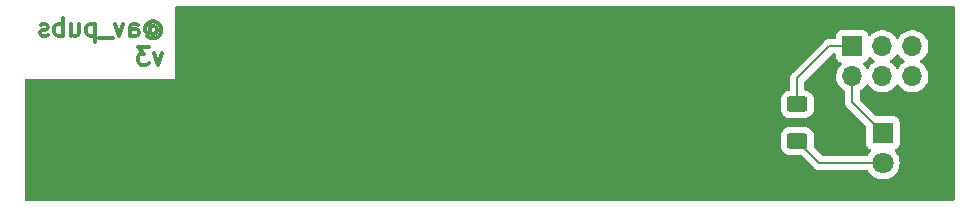
<source format=gbr>
G04 #@! TF.GenerationSoftware,KiCad,Pcbnew,(6.99.0-2452-gdb4f2d9dd8)*
G04 #@! TF.CreationDate,2022-07-29T17:14:17-05:00*
G04 #@! TF.ProjectId,crew-SAO,63726577-2d53-4414-9f2e-6b696361645f,rev?*
G04 #@! TF.SameCoordinates,Original*
G04 #@! TF.FileFunction,Copper,L2,Bot*
G04 #@! TF.FilePolarity,Positive*
%FSLAX46Y46*%
G04 Gerber Fmt 4.6, Leading zero omitted, Abs format (unit mm)*
G04 Created by KiCad (PCBNEW (6.99.0-2452-gdb4f2d9dd8)) date 2022-07-29 17:14:17*
%MOMM*%
%LPD*%
G01*
G04 APERTURE LIST*
G04 Aperture macros list*
%AMRoundRect*
0 Rectangle with rounded corners*
0 $1 Rounding radius*
0 $2 $3 $4 $5 $6 $7 $8 $9 X,Y pos of 4 corners*
0 Add a 4 corners polygon primitive as box body*
4,1,4,$2,$3,$4,$5,$6,$7,$8,$9,$2,$3,0*
0 Add four circle primitives for the rounded corners*
1,1,$1+$1,$2,$3*
1,1,$1+$1,$4,$5*
1,1,$1+$1,$6,$7*
1,1,$1+$1,$8,$9*
0 Add four rect primitives between the rounded corners*
20,1,$1+$1,$2,$3,$4,$5,0*
20,1,$1+$1,$4,$5,$6,$7,0*
20,1,$1+$1,$6,$7,$8,$9,0*
20,1,$1+$1,$8,$9,$2,$3,0*%
G04 Aperture macros list end*
%ADD10C,0.300000*%
G04 #@! TA.AperFunction,NonConductor*
%ADD11C,0.300000*%
G04 #@! TD*
G04 #@! TA.AperFunction,ComponentPad*
%ADD12R,1.800000X1.800000*%
G04 #@! TD*
G04 #@! TA.AperFunction,ComponentPad*
%ADD13C,1.800000*%
G04 #@! TD*
G04 #@! TA.AperFunction,ComponentPad*
%ADD14R,1.700000X1.700000*%
G04 #@! TD*
G04 #@! TA.AperFunction,ComponentPad*
%ADD15O,1.700000X1.700000*%
G04 #@! TD*
G04 #@! TA.AperFunction,SMDPad,CuDef*
%ADD16RoundRect,0.250000X-0.625000X0.400000X-0.625000X-0.400000X0.625000X-0.400000X0.625000X0.400000X0*%
G04 #@! TD*
G04 #@! TA.AperFunction,Conductor*
%ADD17C,0.200000*%
G04 #@! TD*
G04 APERTURE END LIST*
D10*
D11*
X94714285Y-124529285D02*
X94785714Y-124457857D01*
X94785714Y-124457857D02*
X94928571Y-124386428D01*
X94928571Y-124386428D02*
X95071428Y-124386428D01*
X95071428Y-124386428D02*
X95214285Y-124457857D01*
X95214285Y-124457857D02*
X95285714Y-124529285D01*
X95285714Y-124529285D02*
X95357142Y-124672142D01*
X95357142Y-124672142D02*
X95357142Y-124815000D01*
X95357142Y-124815000D02*
X95285714Y-124957857D01*
X95285714Y-124957857D02*
X95214285Y-125029285D01*
X95214285Y-125029285D02*
X95071428Y-125100714D01*
X95071428Y-125100714D02*
X94928571Y-125100714D01*
X94928571Y-125100714D02*
X94785714Y-125029285D01*
X94785714Y-125029285D02*
X94714285Y-124957857D01*
X94714285Y-124386428D02*
X94714285Y-124957857D01*
X94714285Y-124957857D02*
X94642857Y-125029285D01*
X94642857Y-125029285D02*
X94571428Y-125029285D01*
X94571428Y-125029285D02*
X94428571Y-124957857D01*
X94428571Y-124957857D02*
X94357142Y-124815000D01*
X94357142Y-124815000D02*
X94357142Y-124457857D01*
X94357142Y-124457857D02*
X94500000Y-124243571D01*
X94500000Y-124243571D02*
X94714285Y-124100714D01*
X94714285Y-124100714D02*
X95000000Y-124029285D01*
X95000000Y-124029285D02*
X95285714Y-124100714D01*
X95285714Y-124100714D02*
X95500000Y-124243571D01*
X95500000Y-124243571D02*
X95642857Y-124457857D01*
X95642857Y-124457857D02*
X95714285Y-124743571D01*
X95714285Y-124743571D02*
X95642857Y-125029285D01*
X95642857Y-125029285D02*
X95500000Y-125243571D01*
X95500000Y-125243571D02*
X95285714Y-125386428D01*
X95285714Y-125386428D02*
X95000000Y-125457857D01*
X95000000Y-125457857D02*
X94714285Y-125386428D01*
X94714285Y-125386428D02*
X94500000Y-125243571D01*
X93071429Y-125243571D02*
X93071429Y-124457857D01*
X93071429Y-124457857D02*
X93142857Y-124315000D01*
X93142857Y-124315000D02*
X93285714Y-124243571D01*
X93285714Y-124243571D02*
X93571429Y-124243571D01*
X93571429Y-124243571D02*
X93714286Y-124315000D01*
X93071429Y-125172142D02*
X93214286Y-125243571D01*
X93214286Y-125243571D02*
X93571429Y-125243571D01*
X93571429Y-125243571D02*
X93714286Y-125172142D01*
X93714286Y-125172142D02*
X93785714Y-125029285D01*
X93785714Y-125029285D02*
X93785714Y-124886428D01*
X93785714Y-124886428D02*
X93714286Y-124743571D01*
X93714286Y-124743571D02*
X93571429Y-124672142D01*
X93571429Y-124672142D02*
X93214286Y-124672142D01*
X93214286Y-124672142D02*
X93071429Y-124600714D01*
X92500000Y-124243571D02*
X92142857Y-125243571D01*
X92142857Y-125243571D02*
X91785714Y-124243571D01*
X91571429Y-125386428D02*
X90428571Y-125386428D01*
X90071429Y-124243571D02*
X90071429Y-125743571D01*
X90071429Y-124315000D02*
X89928572Y-124243571D01*
X89928572Y-124243571D02*
X89642857Y-124243571D01*
X89642857Y-124243571D02*
X89500000Y-124315000D01*
X89500000Y-124315000D02*
X89428572Y-124386428D01*
X89428572Y-124386428D02*
X89357143Y-124529285D01*
X89357143Y-124529285D02*
X89357143Y-124957857D01*
X89357143Y-124957857D02*
X89428572Y-125100714D01*
X89428572Y-125100714D02*
X89500000Y-125172142D01*
X89500000Y-125172142D02*
X89642857Y-125243571D01*
X89642857Y-125243571D02*
X89928572Y-125243571D01*
X89928572Y-125243571D02*
X90071429Y-125172142D01*
X88071429Y-124243571D02*
X88071429Y-125243571D01*
X88714286Y-124243571D02*
X88714286Y-125029285D01*
X88714286Y-125029285D02*
X88642857Y-125172142D01*
X88642857Y-125172142D02*
X88500000Y-125243571D01*
X88500000Y-125243571D02*
X88285714Y-125243571D01*
X88285714Y-125243571D02*
X88142857Y-125172142D01*
X88142857Y-125172142D02*
X88071429Y-125100714D01*
X87357143Y-125243571D02*
X87357143Y-123743571D01*
X87357143Y-124315000D02*
X87214286Y-124243571D01*
X87214286Y-124243571D02*
X86928571Y-124243571D01*
X86928571Y-124243571D02*
X86785714Y-124315000D01*
X86785714Y-124315000D02*
X86714286Y-124386428D01*
X86714286Y-124386428D02*
X86642857Y-124529285D01*
X86642857Y-124529285D02*
X86642857Y-124957857D01*
X86642857Y-124957857D02*
X86714286Y-125100714D01*
X86714286Y-125100714D02*
X86785714Y-125172142D01*
X86785714Y-125172142D02*
X86928571Y-125243571D01*
X86928571Y-125243571D02*
X87214286Y-125243571D01*
X87214286Y-125243571D02*
X87357143Y-125172142D01*
X86071428Y-125172142D02*
X85928571Y-125243571D01*
X85928571Y-125243571D02*
X85642857Y-125243571D01*
X85642857Y-125243571D02*
X85500000Y-125172142D01*
X85500000Y-125172142D02*
X85428571Y-125029285D01*
X85428571Y-125029285D02*
X85428571Y-124957857D01*
X85428571Y-124957857D02*
X85500000Y-124815000D01*
X85500000Y-124815000D02*
X85642857Y-124743571D01*
X85642857Y-124743571D02*
X85857143Y-124743571D01*
X85857143Y-124743571D02*
X86000000Y-124672142D01*
X86000000Y-124672142D02*
X86071428Y-124529285D01*
X86071428Y-124529285D02*
X86071428Y-124457857D01*
X86071428Y-124457857D02*
X86000000Y-124315000D01*
X86000000Y-124315000D02*
X85857143Y-124243571D01*
X85857143Y-124243571D02*
X85642857Y-124243571D01*
X85642857Y-124243571D02*
X85500000Y-124315000D01*
X95785714Y-126673571D02*
X95428571Y-127673571D01*
X95428571Y-127673571D02*
X95071428Y-126673571D01*
X94642857Y-126173571D02*
X93714285Y-126173571D01*
X93714285Y-126173571D02*
X94214285Y-126745000D01*
X94214285Y-126745000D02*
X94000000Y-126745000D01*
X94000000Y-126745000D02*
X93857143Y-126816428D01*
X93857143Y-126816428D02*
X93785714Y-126887857D01*
X93785714Y-126887857D02*
X93714285Y-127030714D01*
X93714285Y-127030714D02*
X93714285Y-127387857D01*
X93714285Y-127387857D02*
X93785714Y-127530714D01*
X93785714Y-127530714D02*
X93857143Y-127602142D01*
X93857143Y-127602142D02*
X94000000Y-127673571D01*
X94000000Y-127673571D02*
X94428571Y-127673571D01*
X94428571Y-127673571D02*
X94571428Y-127602142D01*
X94571428Y-127602142D02*
X94642857Y-127530714D01*
D12*
X156799999Y-133449999D03*
D13*
X156800000Y-135990000D03*
D14*
X154209999Y-126129999D03*
D15*
X154209999Y-128669999D03*
X156749999Y-126129999D03*
X156749999Y-128669999D03*
X159289999Y-126129999D03*
X159289999Y-128669999D03*
D16*
X149550000Y-131050000D03*
X149550000Y-134150000D03*
D17*
X156800000Y-135990000D02*
X151390000Y-135990000D01*
X151390000Y-135990000D02*
X149550000Y-134150000D01*
X154210000Y-128670000D02*
X154210000Y-130860000D01*
X154210000Y-130860000D02*
X156800000Y-133450000D01*
X149550000Y-131050000D02*
X149550000Y-128850000D01*
X149550000Y-128850000D02*
X152270000Y-126130000D01*
X152270000Y-126130000D02*
X154210000Y-126130000D01*
G04 #@! TA.AperFunction,NonConductor*
G36*
X158103226Y-126805670D02*
G01*
X158125483Y-126831357D01*
X158214278Y-126967268D01*
X158217803Y-126971097D01*
X158217806Y-126971101D01*
X158282511Y-127041388D01*
X158366760Y-127132906D01*
X158544424Y-127271189D01*
X158549005Y-127273668D01*
X158577680Y-127289186D01*
X158628071Y-127339199D01*
X158643423Y-127408516D01*
X158618863Y-127475129D01*
X158577681Y-127510813D01*
X158544424Y-127528811D01*
X158540313Y-127532010D01*
X158540311Y-127532012D01*
X158385861Y-127652227D01*
X158366760Y-127667094D01*
X158363228Y-127670931D01*
X158217806Y-127828899D01*
X158217803Y-127828903D01*
X158214278Y-127832732D01*
X158211427Y-127837096D01*
X158125483Y-127968643D01*
X158071479Y-128014732D01*
X158001132Y-128024307D01*
X157936774Y-127994330D01*
X157914517Y-127968643D01*
X157828573Y-127837096D01*
X157825722Y-127832732D01*
X157822197Y-127828903D01*
X157822194Y-127828899D01*
X157676772Y-127670931D01*
X157673240Y-127667094D01*
X157654139Y-127652227D01*
X157499689Y-127532012D01*
X157499687Y-127532010D01*
X157495576Y-127528811D01*
X157462320Y-127510814D01*
X157411929Y-127460801D01*
X157396577Y-127391484D01*
X157421137Y-127324871D01*
X157462320Y-127289186D01*
X157490995Y-127273668D01*
X157495576Y-127271189D01*
X157673240Y-127132906D01*
X157757489Y-127041388D01*
X157822194Y-126971101D01*
X157822197Y-126971097D01*
X157825722Y-126967268D01*
X157914517Y-126831357D01*
X157968521Y-126785268D01*
X158038868Y-126775693D01*
X158103226Y-126805670D01*
G37*
G04 #@! TD.AperFunction*
G04 #@! TA.AperFunction,NonConductor*
G36*
X155733439Y-127041388D02*
G01*
X155765755Y-127066638D01*
X155786526Y-127089201D01*
X155826760Y-127132906D01*
X156004424Y-127271189D01*
X156009005Y-127273668D01*
X156037680Y-127289186D01*
X156088071Y-127339199D01*
X156103423Y-127408516D01*
X156078863Y-127475129D01*
X156037681Y-127510813D01*
X156004424Y-127528811D01*
X156000313Y-127532010D01*
X156000311Y-127532012D01*
X155845861Y-127652227D01*
X155826760Y-127667094D01*
X155823228Y-127670931D01*
X155677806Y-127828899D01*
X155677803Y-127828903D01*
X155674278Y-127832732D01*
X155671427Y-127837096D01*
X155585483Y-127968643D01*
X155531479Y-128014732D01*
X155461132Y-128024307D01*
X155396774Y-127994330D01*
X155374517Y-127968643D01*
X155288573Y-127837096D01*
X155285722Y-127832732D01*
X155282197Y-127828903D01*
X155282194Y-127828899D01*
X155142525Y-127677180D01*
X155111104Y-127613515D01*
X155119091Y-127542969D01*
X155163949Y-127487940D01*
X155191191Y-127473787D01*
X155306204Y-127430889D01*
X155318536Y-127421658D01*
X155416050Y-127348659D01*
X155423261Y-127343261D01*
X155510889Y-127226204D01*
X155554998Y-127107944D01*
X155597545Y-127051108D01*
X155664065Y-127026297D01*
X155733439Y-127041388D01*
G37*
G04 #@! TD.AperFunction*
G04 #@! TA.AperFunction,NonConductor*
G36*
X162821621Y-122750502D02*
G01*
X162868114Y-122804158D01*
X162879500Y-122856500D01*
X162879500Y-139093500D01*
X162859498Y-139161621D01*
X162805842Y-139208114D01*
X162753500Y-139219500D01*
X84246500Y-139219500D01*
X84178379Y-139199498D01*
X84131886Y-139145842D01*
X84120500Y-139093500D01*
X84120500Y-133699455D01*
X148166500Y-133699455D01*
X148166501Y-134600544D01*
X148166826Y-134603721D01*
X148166826Y-134603730D01*
X148167128Y-134606684D01*
X148177113Y-134704426D01*
X148232885Y-134872738D01*
X148325970Y-135023652D01*
X148451348Y-135149030D01*
X148602262Y-135242115D01*
X148665807Y-135263171D01*
X148764048Y-135295725D01*
X148764052Y-135295726D01*
X148770574Y-135297887D01*
X148777408Y-135298585D01*
X148777412Y-135298586D01*
X148871271Y-135308175D01*
X148871277Y-135308175D01*
X148874455Y-135308500D01*
X148930779Y-135308500D01*
X149795761Y-135308499D01*
X149863882Y-135328501D01*
X149884856Y-135345404D01*
X150925680Y-136386229D01*
X150936545Y-136398617D01*
X150956013Y-136423987D01*
X150962559Y-136429010D01*
X150962562Y-136429013D01*
X150987927Y-136448476D01*
X150987929Y-136448477D01*
X151083124Y-136521524D01*
X151090750Y-136524683D01*
X151090752Y-136524684D01*
X151157136Y-136552181D01*
X151231149Y-136582838D01*
X151239336Y-136583916D01*
X151239337Y-136583916D01*
X151250542Y-136585391D01*
X151281738Y-136589498D01*
X151350115Y-136598500D01*
X151350118Y-136598500D01*
X151350126Y-136598501D01*
X151381811Y-136602672D01*
X151390000Y-136603750D01*
X151421693Y-136599578D01*
X151438136Y-136598500D01*
X155447699Y-136598500D01*
X155515820Y-136618502D01*
X155556874Y-136662762D01*
X155557016Y-136662669D01*
X155684686Y-136858083D01*
X155688211Y-136861912D01*
X155688214Y-136861916D01*
X155794975Y-136977889D01*
X155842780Y-137029818D01*
X155846892Y-137033019D01*
X155846898Y-137033024D01*
X156022870Y-137169989D01*
X156026983Y-137173190D01*
X156232273Y-137284287D01*
X156453049Y-137360080D01*
X156458183Y-137360937D01*
X156458188Y-137360938D01*
X156678151Y-137397643D01*
X156678154Y-137397643D01*
X156683288Y-137398500D01*
X156916712Y-137398500D01*
X156921846Y-137397643D01*
X156921849Y-137397643D01*
X157141812Y-137360938D01*
X157141817Y-137360937D01*
X157146951Y-137360080D01*
X157367727Y-137284287D01*
X157573017Y-137173190D01*
X157577130Y-137169989D01*
X157753102Y-137033024D01*
X157753108Y-137033019D01*
X157757220Y-137029818D01*
X157805025Y-136977889D01*
X157911786Y-136861916D01*
X157911789Y-136861912D01*
X157915314Y-136858083D01*
X158040133Y-136667034D01*
X158040134Y-136667031D01*
X158042984Y-136662669D01*
X158136749Y-136448907D01*
X158144718Y-136417441D01*
X158192770Y-136227685D01*
X158192770Y-136227684D01*
X158194051Y-136222626D01*
X158213327Y-135990000D01*
X158194051Y-135757374D01*
X158136749Y-135531093D01*
X158042984Y-135317331D01*
X158040134Y-135312969D01*
X158040132Y-135312965D01*
X157918165Y-135126281D01*
X157915314Y-135121917D01*
X157911789Y-135118088D01*
X157911786Y-135118084D01*
X157871651Y-135074487D01*
X157830157Y-135029413D01*
X157798737Y-134965749D01*
X157806724Y-134895203D01*
X157851582Y-134840174D01*
X157878826Y-134826021D01*
X157937758Y-134804040D01*
X157937762Y-134804038D01*
X157946204Y-134800889D01*
X158063261Y-134713261D01*
X158150889Y-134596204D01*
X158201989Y-134459201D01*
X158208500Y-134398638D01*
X158208500Y-132501362D01*
X158201989Y-132440799D01*
X158150889Y-132303796D01*
X158063261Y-132186739D01*
X158006732Y-132144422D01*
X157953418Y-132104511D01*
X157953416Y-132104510D01*
X157946204Y-132099111D01*
X157809201Y-132048011D01*
X157770376Y-132043837D01*
X157751988Y-132041860D01*
X157751985Y-132041860D01*
X157748638Y-132041500D01*
X156304239Y-132041500D01*
X156236118Y-132021498D01*
X156215144Y-132004595D01*
X154855405Y-130644856D01*
X154821379Y-130582544D01*
X154818500Y-130555761D01*
X154818500Y-129960451D01*
X154838502Y-129892330D01*
X154884530Y-129849638D01*
X154950990Y-129813671D01*
X154950995Y-129813668D01*
X154955576Y-129811189D01*
X155133240Y-129672906D01*
X155180640Y-129621417D01*
X155282194Y-129511101D01*
X155282197Y-129511097D01*
X155285722Y-129507268D01*
X155374517Y-129371357D01*
X155428521Y-129325268D01*
X155498868Y-129315693D01*
X155563226Y-129345670D01*
X155585483Y-129371357D01*
X155674278Y-129507268D01*
X155677803Y-129511097D01*
X155677806Y-129511101D01*
X155779360Y-129621417D01*
X155826760Y-129672906D01*
X156004424Y-129811189D01*
X156055794Y-129838989D01*
X156171146Y-129901414D01*
X156202426Y-129918342D01*
X156415365Y-129991444D01*
X156420499Y-129992301D01*
X156420504Y-129992302D01*
X156632294Y-130027643D01*
X156632296Y-130027643D01*
X156637431Y-130028500D01*
X156862569Y-130028500D01*
X156867704Y-130027643D01*
X156867706Y-130027643D01*
X157079496Y-129992302D01*
X157079501Y-129992301D01*
X157084635Y-129991444D01*
X157297574Y-129918342D01*
X157328855Y-129901414D01*
X157444206Y-129838989D01*
X157495576Y-129811189D01*
X157673240Y-129672906D01*
X157720640Y-129621417D01*
X157822194Y-129511101D01*
X157822197Y-129511097D01*
X157825722Y-129507268D01*
X157914517Y-129371357D01*
X157968521Y-129325268D01*
X158038868Y-129315693D01*
X158103226Y-129345670D01*
X158125483Y-129371357D01*
X158214278Y-129507268D01*
X158217803Y-129511097D01*
X158217806Y-129511101D01*
X158319360Y-129621417D01*
X158366760Y-129672906D01*
X158544424Y-129811189D01*
X158595794Y-129838989D01*
X158711146Y-129901414D01*
X158742426Y-129918342D01*
X158955365Y-129991444D01*
X158960499Y-129992301D01*
X158960504Y-129992302D01*
X159172294Y-130027643D01*
X159172296Y-130027643D01*
X159177431Y-130028500D01*
X159402569Y-130028500D01*
X159407704Y-130027643D01*
X159407706Y-130027643D01*
X159619496Y-129992302D01*
X159619501Y-129992301D01*
X159624635Y-129991444D01*
X159837574Y-129918342D01*
X159868855Y-129901414D01*
X159984206Y-129838989D01*
X160035576Y-129811189D01*
X160213240Y-129672906D01*
X160260640Y-129621417D01*
X160362194Y-129511101D01*
X160362197Y-129511097D01*
X160365722Y-129507268D01*
X160471299Y-129345670D01*
X160486008Y-129323157D01*
X160486010Y-129323153D01*
X160488860Y-129318791D01*
X160579296Y-129112616D01*
X160634564Y-128894368D01*
X160635836Y-128879025D01*
X160652726Y-128675189D01*
X160653156Y-128670000D01*
X160634564Y-128445632D01*
X160628722Y-128422561D01*
X160580578Y-128232446D01*
X160580578Y-128232445D01*
X160579296Y-128227384D01*
X160488860Y-128021209D01*
X160484629Y-128014732D01*
X160368573Y-127837096D01*
X160365722Y-127832732D01*
X160362197Y-127828903D01*
X160362194Y-127828899D01*
X160216772Y-127670931D01*
X160213240Y-127667094D01*
X160194139Y-127652227D01*
X160039689Y-127532012D01*
X160039687Y-127532010D01*
X160035576Y-127528811D01*
X160002320Y-127510814D01*
X159951929Y-127460801D01*
X159936577Y-127391484D01*
X159961137Y-127324871D01*
X160002320Y-127289186D01*
X160030995Y-127273668D01*
X160035576Y-127271189D01*
X160213240Y-127132906D01*
X160297489Y-127041388D01*
X160362194Y-126971101D01*
X160362197Y-126971097D01*
X160365722Y-126967268D01*
X160454517Y-126831357D01*
X160486008Y-126783157D01*
X160486010Y-126783153D01*
X160488860Y-126778791D01*
X160505271Y-126741379D01*
X160577200Y-126577394D01*
X160579296Y-126572616D01*
X160634564Y-126354368D01*
X160653156Y-126130000D01*
X160634564Y-125905632D01*
X160579296Y-125687384D01*
X160506533Y-125521499D01*
X160490954Y-125485982D01*
X160490952Y-125485978D01*
X160488860Y-125481209D01*
X160484629Y-125474732D01*
X160368573Y-125297096D01*
X160365722Y-125292732D01*
X160362197Y-125288903D01*
X160362194Y-125288899D01*
X160216772Y-125130931D01*
X160213240Y-125127094D01*
X160035576Y-124988811D01*
X159837574Y-124881658D01*
X159624635Y-124808556D01*
X159619501Y-124807699D01*
X159619496Y-124807698D01*
X159407706Y-124772357D01*
X159407704Y-124772357D01*
X159402569Y-124771500D01*
X159177431Y-124771500D01*
X159172296Y-124772357D01*
X159172294Y-124772357D01*
X158960504Y-124807698D01*
X158960499Y-124807699D01*
X158955365Y-124808556D01*
X158742426Y-124881658D01*
X158544424Y-124988811D01*
X158366760Y-125127094D01*
X158363228Y-125130931D01*
X158217806Y-125288899D01*
X158217803Y-125288903D01*
X158214278Y-125292732D01*
X158211427Y-125297096D01*
X158125483Y-125428643D01*
X158071479Y-125474732D01*
X158001132Y-125484307D01*
X157936774Y-125454330D01*
X157914517Y-125428643D01*
X157828573Y-125297096D01*
X157825722Y-125292732D01*
X157822197Y-125288903D01*
X157822194Y-125288899D01*
X157676772Y-125130931D01*
X157673240Y-125127094D01*
X157495576Y-124988811D01*
X157297574Y-124881658D01*
X157084635Y-124808556D01*
X157079501Y-124807699D01*
X157079496Y-124807698D01*
X156867706Y-124772357D01*
X156867704Y-124772357D01*
X156862569Y-124771500D01*
X156637431Y-124771500D01*
X156632296Y-124772357D01*
X156632294Y-124772357D01*
X156420504Y-124807698D01*
X156420499Y-124807699D01*
X156415365Y-124808556D01*
X156202426Y-124881658D01*
X156004424Y-124988811D01*
X155826760Y-125127094D01*
X155823228Y-125130931D01*
X155765755Y-125193362D01*
X155704901Y-125229933D01*
X155633937Y-125227798D01*
X155575392Y-125187636D01*
X155554998Y-125152056D01*
X155514038Y-125042239D01*
X155514037Y-125042237D01*
X155510889Y-125033796D01*
X155423261Y-124916739D01*
X155306204Y-124829111D01*
X155169201Y-124778011D01*
X155132295Y-124774043D01*
X155111988Y-124771860D01*
X155111985Y-124771860D01*
X155108638Y-124771500D01*
X153311362Y-124771500D01*
X153308015Y-124771860D01*
X153308012Y-124771860D01*
X153287705Y-124774043D01*
X153250799Y-124778011D01*
X153113796Y-124829111D01*
X152996739Y-124916739D01*
X152909111Y-125033796D01*
X152858011Y-125170799D01*
X152851500Y-125231362D01*
X152851500Y-125395500D01*
X152831498Y-125463621D01*
X152777842Y-125510114D01*
X152725500Y-125521500D01*
X152318136Y-125521500D01*
X152301693Y-125520422D01*
X152270000Y-125516250D01*
X152261811Y-125517328D01*
X152230126Y-125521499D01*
X152230117Y-125521500D01*
X152230115Y-125521500D01*
X152230109Y-125521501D01*
X152230107Y-125521501D01*
X152130543Y-125534609D01*
X152119336Y-125536084D01*
X152119334Y-125536085D01*
X152111149Y-125537162D01*
X151963124Y-125598476D01*
X151917305Y-125633634D01*
X151867937Y-125671515D01*
X151867921Y-125671529D01*
X151842566Y-125690984D01*
X151842563Y-125690987D01*
X151836013Y-125696013D01*
X151830983Y-125702568D01*
X151816548Y-125721379D01*
X151805681Y-125733770D01*
X149153766Y-128385685D01*
X149141375Y-128396552D01*
X149116013Y-128416013D01*
X149091526Y-128447925D01*
X149091523Y-128447928D01*
X149018476Y-128543124D01*
X148957162Y-128691149D01*
X148957162Y-128691150D01*
X148941500Y-128810115D01*
X148941500Y-128810120D01*
X148936250Y-128850000D01*
X148937328Y-128858188D01*
X148940422Y-128881690D01*
X148941500Y-128898136D01*
X148941500Y-129770868D01*
X148921498Y-129838989D01*
X148867842Y-129885482D01*
X148828306Y-129896215D01*
X148805790Y-129898516D01*
X148777412Y-129901414D01*
X148777408Y-129901415D01*
X148770574Y-129902113D01*
X148602262Y-129957885D01*
X148451348Y-130050970D01*
X148325970Y-130176348D01*
X148232885Y-130327262D01*
X148177113Y-130495574D01*
X148176415Y-130502408D01*
X148176414Y-130502412D01*
X148166825Y-130596270D01*
X148166500Y-130599455D01*
X148166501Y-131500544D01*
X148177113Y-131604426D01*
X148232885Y-131772738D01*
X148325970Y-131923652D01*
X148451348Y-132049030D01*
X148602262Y-132142115D01*
X148665807Y-132163171D01*
X148764048Y-132195725D01*
X148764052Y-132195726D01*
X148770574Y-132197887D01*
X148777408Y-132198585D01*
X148777412Y-132198586D01*
X148871271Y-132208175D01*
X148871277Y-132208175D01*
X148874455Y-132208500D01*
X149549894Y-132208500D01*
X150225544Y-132208499D01*
X150228721Y-132208174D01*
X150228730Y-132208174D01*
X150277467Y-132203195D01*
X150329426Y-132197887D01*
X150497738Y-132142115D01*
X150648652Y-132049030D01*
X150774030Y-131923652D01*
X150867115Y-131772738D01*
X150922887Y-131604426D01*
X150933500Y-131500545D01*
X150933499Y-130599456D01*
X150931772Y-130582544D01*
X150928195Y-130547533D01*
X150922887Y-130495574D01*
X150867115Y-130327262D01*
X150774030Y-130176348D01*
X150648652Y-130050970D01*
X150497738Y-129957885D01*
X150434193Y-129936829D01*
X150335952Y-129904275D01*
X150335948Y-129904274D01*
X150329426Y-129902113D01*
X150322592Y-129901415D01*
X150322588Y-129901414D01*
X150288108Y-129897892D01*
X150271693Y-129896215D01*
X150205959Y-129869393D01*
X150165160Y-129811290D01*
X150158500Y-129770867D01*
X150158500Y-129154239D01*
X150178502Y-129086118D01*
X150195405Y-129065144D01*
X152485144Y-126775405D01*
X152547456Y-126741379D01*
X152574239Y-126738500D01*
X152725500Y-126738500D01*
X152793621Y-126758502D01*
X152840114Y-126812158D01*
X152851500Y-126864500D01*
X152851500Y-127028638D01*
X152858011Y-127089201D01*
X152909111Y-127226204D01*
X152996739Y-127343261D01*
X153003950Y-127348659D01*
X153101465Y-127421658D01*
X153113796Y-127430889D01*
X153228808Y-127473787D01*
X153285642Y-127516333D01*
X153310453Y-127582853D01*
X153295361Y-127652227D01*
X153277475Y-127677180D01*
X153137806Y-127828899D01*
X153137803Y-127828903D01*
X153134278Y-127832732D01*
X153131427Y-127837096D01*
X153015372Y-128014732D01*
X153011140Y-128021209D01*
X152920704Y-128227384D01*
X152919422Y-128232445D01*
X152919422Y-128232446D01*
X152871278Y-128422561D01*
X152865436Y-128445632D01*
X152846844Y-128670000D01*
X152847274Y-128675189D01*
X152864165Y-128879025D01*
X152865436Y-128894368D01*
X152920704Y-129112616D01*
X153011140Y-129318791D01*
X153013990Y-129323153D01*
X153013992Y-129323157D01*
X153028701Y-129345670D01*
X153134278Y-129507268D01*
X153137803Y-129511097D01*
X153137806Y-129511101D01*
X153239360Y-129621417D01*
X153286760Y-129672906D01*
X153464424Y-129811189D01*
X153469005Y-129813668D01*
X153469010Y-129813671D01*
X153535470Y-129849638D01*
X153585860Y-129899651D01*
X153601500Y-129960451D01*
X153601500Y-130811864D01*
X153600422Y-130828307D01*
X153596250Y-130860000D01*
X153601500Y-130899880D01*
X153601500Y-130899885D01*
X153614609Y-130999457D01*
X153617162Y-131018851D01*
X153678476Y-131166876D01*
X153683503Y-131173427D01*
X153683504Y-131173429D01*
X153751520Y-131262069D01*
X153751526Y-131262075D01*
X153776013Y-131293987D01*
X153782568Y-131299017D01*
X153801379Y-131313452D01*
X153813770Y-131324319D01*
X155354595Y-132865144D01*
X155388621Y-132927456D01*
X155391500Y-132954239D01*
X155391500Y-134398638D01*
X155398011Y-134459201D01*
X155449111Y-134596204D01*
X155536739Y-134713261D01*
X155653796Y-134800889D01*
X155662238Y-134804038D01*
X155662242Y-134804040D01*
X155721174Y-134826021D01*
X155778009Y-134868567D01*
X155802820Y-134935088D01*
X155787728Y-135004462D01*
X155769844Y-135029411D01*
X155728349Y-135074487D01*
X155688214Y-135118084D01*
X155688211Y-135118088D01*
X155684686Y-135121917D01*
X155557016Y-135317331D01*
X155556804Y-135317193D01*
X155508496Y-135365862D01*
X155447699Y-135381500D01*
X151694238Y-135381500D01*
X151626117Y-135361498D01*
X151605143Y-135344595D01*
X150969126Y-134708578D01*
X150935100Y-134646266D01*
X150932873Y-134606684D01*
X150933172Y-134603752D01*
X150933500Y-134600545D01*
X150933499Y-133699456D01*
X150922887Y-133595574D01*
X150867115Y-133427262D01*
X150774030Y-133276348D01*
X150648652Y-133150970D01*
X150497738Y-133057885D01*
X150434193Y-133036829D01*
X150335952Y-133004275D01*
X150335948Y-133004274D01*
X150329426Y-133002113D01*
X150322592Y-133001415D01*
X150322588Y-133001414D01*
X150228729Y-132991825D01*
X150228723Y-132991825D01*
X150225545Y-132991500D01*
X149550106Y-132991500D01*
X148874456Y-132991501D01*
X148871279Y-132991826D01*
X148871270Y-132991826D01*
X148822533Y-132996805D01*
X148770574Y-133002113D01*
X148602262Y-133057885D01*
X148451348Y-133150970D01*
X148325970Y-133276348D01*
X148232885Y-133427262D01*
X148177113Y-133595574D01*
X148166500Y-133699455D01*
X84120500Y-133699455D01*
X84120500Y-129009500D01*
X84140502Y-128941379D01*
X84194158Y-128894886D01*
X84246500Y-128883500D01*
X96883500Y-128883500D01*
X96883500Y-122856500D01*
X96903502Y-122788379D01*
X96957158Y-122741886D01*
X97009500Y-122730500D01*
X162753500Y-122730500D01*
X162821621Y-122750502D01*
G37*
G04 #@! TD.AperFunction*
M02*

</source>
